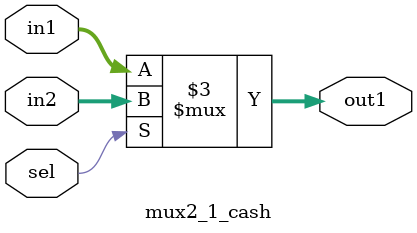
<source format=v>
module mux2_1_cash(
input sel,
input [127:0]in1,in2,
output reg [127:0]out1
);

always@*
begin
if(sel)
out1=in2;
else
out1=in1;
end

endmodule


</source>
